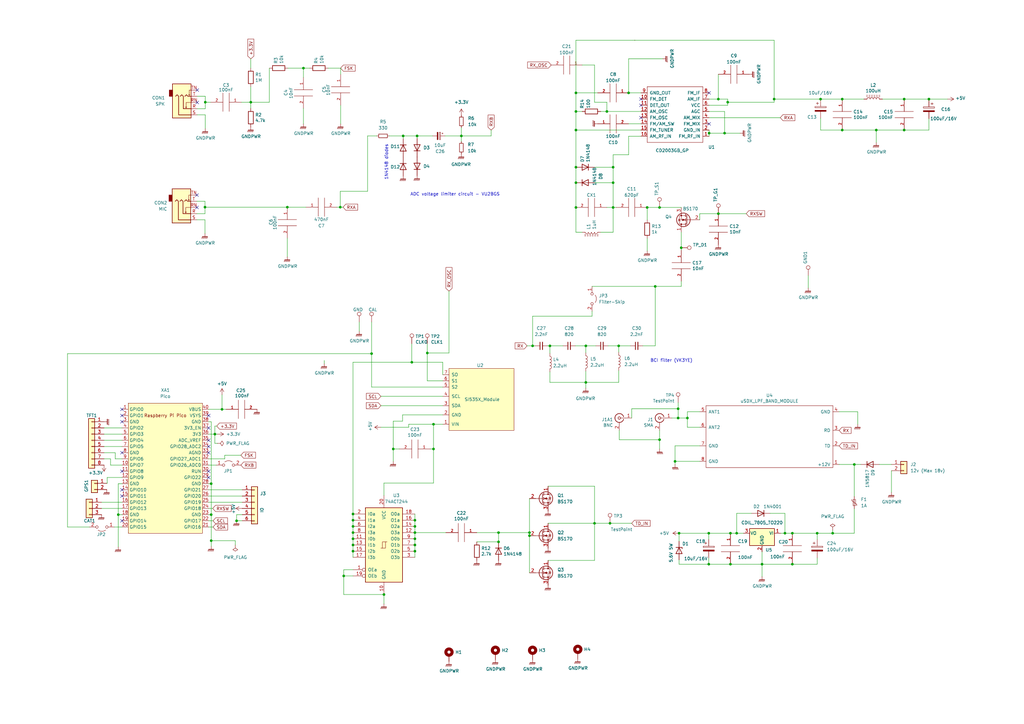
<source format=kicad_sch>
(kicad_sch (version 20211123) (generator eeschema)
  (paper "A3")
  (title_block (title "PDX++ - Pi Pico based DIGITAL MODES HF Transceiver") (date "2022-07-18") (rev "v0.02") (company "WB2CBA, VU3CER"))
  (junction (at 189.23 55.753))
  (junction (at 290.703 218.694))
  (junction (at 170.18 223.52))
  (junction (at 97.028 213.614))
  (junction (at 321.945 218.694))
  (junction (at 144.78 213.36))
  (junction (at 236.22 85.09))
  (junction (at 170.18 226.06))
  (junction (at 139.573 84.963))
  (junction (at 117.856 84.963))
  (junction (at 281.94 171.45))
  (junction (at 236.22 53.34))
  (junction (at 218.44 141.859))
  (junction (at 86.614 211.074))
  (junction (at 84.201 41.91))
  (junction (at 248.92 45.72))
  (junction (at 217.17 219.71))
  (junction (at 341.503 218.694))
  (junction (at 170.18 215.9))
  (junction (at 170.18 213.36))
  (junction (at 177.8 184.15))
  (junction (at 240.284 156.845))
  (junction (at 86.614 198.374))
  (junction (at 91.059 167.894))
  (junction (at 84.074 84.963))
  (junction (at 276.86 189.23))
  (junction (at 225.552 141.859))
  (junction (at 312.547 231.394))
  (junction (at 324.993 231.394))
  (junction (at 157.48 243.84))
  (junction (at 251.46 68.58))
  (junction (at 217.17 218.44))
  (junction (at 251.46 74.93))
  (junction (at 297.18 54.61))
  (junction (at 350.393 190.5))
  (junction (at 236.22 45.72))
  (junction (at 265.43 85.09))
  (junction (at 240.284 141.859))
  (junction (at 204.47 222.25))
  (junction (at 251.46 85.09))
  (junction (at 324.993 218.694))
  (junction (at 253.746 141.859))
  (junction (at 298.45 41.91))
  (junction (at 270.51 180.34))
  (junction (at 345.44 40.64))
  (junction (at 317.5 40.64))
  (junction (at 48.514 211.074))
  (junction (at 370.84 53.34))
  (junction (at 278.13 167.64))
  (junction (at 381 40.64))
  (junction (at 345.44 53.34))
  (junction (at 370.84 40.64))
  (junction (at 88.138 178.054))
  (junction (at 236.22 74.93))
  (junction (at 279.4 101.6))
  (junction (at 250.19 214.63))
  (junction (at 168.91 148.59))
  (junction (at 102.87 41.91))
  (junction (at 144.78 218.44))
  (junction (at 175.26 144.78))
  (junction (at 302.133 218.694))
  (junction (at 278.13 171.45))
  (junction (at 236.22 38.1))
  (junction (at 161.29 184.15))
  (junction (at 86.614 221.742))
  (junction (at 335.153 218.694))
  (junction (at 243.84 214.63))
  (junction (at 170.18 220.98))
  (junction (at 171.069 55.753))
  (junction (at 177.8 173.99))
  (junction (at 299.593 218.694))
  (junction (at 299.593 231.394))
  (junction (at 294.64 40.64))
  (junction (at 278.511 218.694))
  (junction (at 165.354 55.753))
  (junction (at 144.78 210.82))
  (junction (at 144.78 215.9))
  (junction (at 236.22 68.58))
  (junction (at 359.41 53.34))
  (junction (at 336.55 40.64))
  (junction (at 152.4 145.034))
  (junction (at 290.703 231.394))
  (junction (at 140.97 236.22))
  (junction (at 124.46 27.94))
  (junction (at 170.18 218.44))
  (junction (at 290.83 54.61))
  (junction (at 257.81 38.1))
  (junction (at 144.78 223.52))
  (junction (at 294.64 87.63))
  (junction (at 268.732 117.475))
  (junction (at 270.51 85.09))
  (junction (at 144.78 226.06))
  (junction (at 144.78 220.98))
  (junction (at 204.47 218.44))
  (no_connect (at 50.038 172.974))
  (no_connect (at 80.772 85.09))
  (no_connect (at 50.038 213.614))
  (no_connect (at 262.89 40.64))
  (no_connect (at 262.89 43.18))
  (no_connect (at 262.89 48.26))
  (no_connect (at 290.83 38.1))
  (no_connect (at 85.598 175.514))
  (no_connect (at 85.598 180.594))
  (no_connect (at 85.598 193.294))
  (no_connect (at 80.772 80.01))
  (no_connect (at 80.899 36.957))
  (no_connect (at 85.598 185.674))
  (no_connect (at 50.038 167.894))
  (no_connect (at 85.598 195.834))
  (no_connect (at 50.038 200.914))
  (no_connect (at 50.038 203.454))
  (no_connect (at 50.038 193.294))
  (no_connect (at 85.598 183.134))
  (no_connect (at 290.83 50.8))
  (no_connect (at 50.038 170.434))
  (no_connect (at 80.899 42.037))
  (no_connect (at 50.038 185.674))
  (no_connect (at 85.598 170.434))
  (wire (pts (xy 157.48 243.84) (xy 157.48 247.65)))
  (wire (pts (xy 225.552 152.527) (xy 225.552 156.845)))
  (wire (pts (xy 161.29 172.72) (xy 161.29 184.15)))
  (wire (pts (xy 359.41 53.34) (xy 345.44 53.34)))
  (wire (pts (xy 144.78 220.98) (xy 144.78 223.52)))
  (wire (pts (xy 251.46 85.09) (xy 251.46 74.93)))
  (wire (pts (xy 246.38 45.72) (xy 248.92 45.72)))
  (wire (pts (xy 204.47 218.44) (xy 217.17 218.44)))
  (wire (pts (xy 259.08 171.45) (xy 259.08 167.64)))
  (wire (pts (xy 290.703 231.394) (xy 290.703 228.854)))
  (wire (pts (xy 236.22 85.09) (xy 236.22 95.25)))
  (wire (pts (xy 294.64 30.48) (xy 294.64 40.64)))
  (wire (pts (xy 243.84 68.58) (xy 251.46 68.58)))
  (wire (pts (xy 243.84 199.39) (xy 243.84 214.63)))
  (wire (pts (xy 243.84 41.91) (xy 248.92 41.91)))
  (wire (pts (xy 297.18 54.61) (xy 290.83 54.61)))
  (wire (pts (xy 320.167 218.694) (xy 321.945 218.694)))
  (wire (pts (xy 170.18 220.98) (xy 170.18 223.52)))
  (wire (pts (xy 181.61 170.18) (xy 165.1 170.18)))
  (wire (pts (xy 238.76 45.72) (xy 236.22 45.72)))
  (wire (pts (xy 43.942 195.834) (xy 43.942 198.247)))
  (wire (pts (xy 85.598 198.374) (xy 86.614 198.374)))
  (wire (pts (xy 246.38 95.25) (xy 251.46 95.25)))
  (wire (pts (xy 156.21 166.37) (xy 181.61 166.37)))
  (wire (pts (xy 381 40.64) (xy 388.62 40.64)))
  (wire (pts (xy 159.639 55.753) (xy 165.354 55.753)))
  (wire (pts (xy 134.62 27.94) (xy 139.7 27.94)))
  (wire (pts (xy 85.598 190.754) (xy 88.646 190.754)))
  (wire (pts (xy 84.201 47.117) (xy 84.201 52.705)))
  (wire (pts (xy 281.94 168.91) (xy 287.02 168.91)))
  (wire (pts (xy 238.76 26.67) (xy 243.84 26.67)))
  (wire (pts (xy 270.51 184.15) (xy 270.51 180.34)))
  (wire (pts (xy 317.5 16.51) (xy 317.5 40.64)))
  (wire (pts (xy 144.78 148.59) (xy 144.78 210.82)))
  (wire (pts (xy 85.598 203.454) (xy 99.314 203.454)))
  (wire (pts (xy 268.732 117.475) (xy 279.4 117.475)))
  (wire (pts (xy 138.176 84.963) (xy 139.573 84.963)))
  (wire (pts (xy 41.656 208.534) (xy 50.038 208.534)))
  (wire (pts (xy 27.686 145.034) (xy 152.4 145.034)))
  (wire (pts (xy 181.61 158.75) (xy 152.4 158.75)))
  (wire (pts (xy 268.732 117.475) (xy 268.732 141.859)))
  (wire (pts (xy 317.5 40.64) (xy 336.55 40.64)))
  (wire (pts (xy 85.598 178.054) (xy 88.138 178.054)))
  (wire (pts (xy 281.94 171.45) (xy 278.13 171.45)))
  (wire (pts (xy 243.84 214.63) (xy 243.84 229.87)))
  (wire (pts (xy 344.17 190.5) (xy 350.393 190.5)))
  (wire (pts (xy 281.94 168.91) (xy 281.94 171.45)))
  (wire (pts (xy 175.26 140.97) (xy 175.26 144.78)))
  (wire (pts (xy 171.069 55.753) (xy 177.419 55.753)))
  (wire (pts (xy 84.074 84.963) (xy 84.074 87.63)))
  (wire (pts (xy 50.038 198.374) (xy 48.514 198.374)))
  (wire (pts (xy 217.17 218.44) (xy 217.17 219.71)))
  (wire (pts (xy 124.46 27.94) (xy 124.46 31.75)))
  (wire (pts (xy 317.5 40.64) (xy 317.5 41.91)))
  (wire (pts (xy 163.83 184.15) (xy 161.29 184.15)))
  (wire (pts (xy 270.51 85.09) (xy 265.43 85.09)))
  (wire (pts (xy 86.614 211.074) (xy 86.614 221.742)))
  (wire (pts (xy 218.44 129.667) (xy 242.824 129.667)))
  (wire (pts (xy 312.547 231.394) (xy 299.593 231.394)))
  (wire (pts (xy 168.91 148.59) (xy 181.61 148.59)))
  (wire (pts (xy 110.49 41.91) (xy 102.87 41.91)))
  (wire (pts (xy 278.511 231.394) (xy 290.703 231.394)))
  (wire (pts (xy 287.02 87.63) (xy 294.64 87.63)))
  (wire (pts (xy 80.772 87.63) (xy 84.074 87.63)))
  (wire (pts (xy 312.547 226.314) (xy 312.547 231.394)))
  (wire (pts (xy 80.772 90.17) (xy 84.074 90.17)))
  (wire (pts (xy 157.48 198.12) (xy 157.48 203.2)))
  (wire (pts (xy 290.703 218.694) (xy 299.593 218.694)))
  (wire (pts (xy 336.55 53.34) (xy 345.44 53.34)))
  (wire (pts (xy 336.55 40.64) (xy 345.44 40.64)))
  (wire (pts (xy 80.899 39.497) (xy 84.201 39.497)))
  (wire (pts (xy 144.78 233.68) (xy 140.97 233.68)))
  (wire (pts (xy 84.201 41.91) (xy 86.36 41.91)))
  (wire (pts (xy 189.23 55.753) (xy 189.23 58.039)))
  (wire (pts (xy 97.028 213.614) (xy 99.314 213.614)))
  (wire (pts (xy 144.78 215.9) (xy 144.78 213.36)))
  (wire (pts (xy 278.13 167.64) (xy 278.13 171.45)))
  (wire (pts (xy 84.201 41.91) (xy 84.201 44.577)))
  (wire (pts (xy 370.84 40.64) (xy 381 40.64)))
  (wire (pts (xy 182.499 55.753) (xy 189.23 55.753)))
  (wire (pts (xy 279.4 115.316) (xy 279.4 117.475)))
  (wire (pts (xy 236.22 53.34) (xy 236.22 45.72)))
  (wire (pts (xy 195.58 218.44) (xy 204.47 218.44)))
  (wire (pts (xy 85.598 211.074) (xy 86.614 211.074)))
  (wire (pts (xy 265.43 97.79) (xy 265.43 102.87)))
  (wire (pts (xy 84.074 84.963) (xy 117.856 84.963)))
  (wire (pts (xy 84.074 90.17) (xy 84.074 95.758)))
  (wire (pts (xy 240.284 141.859) (xy 244.348 141.859)))
  (wire (pts (xy 204.47 222.25) (xy 195.58 222.25)))
  (wire (pts (xy 88.138 178.054) (xy 88.138 181.864)))
  (wire (pts (xy 236.22 68.58) (xy 236.22 53.34)))
  (wire (pts (xy 85.598 208.534) (xy 87.249 208.534)))
  (wire (pts (xy 42.672 185.674) (xy 47.244 185.674)))
  (wire (pts (xy 110.49 27.94) (xy 110.49 41.91)))
  (wire (pts (xy 168.91 148.59) (xy 168.91 140.97)))
  (wire (pts (xy 253.746 152.019) (xy 253.746 156.845)))
  (wire (pts (xy 249.428 141.859) (xy 253.746 141.859)))
  (wire (pts (xy 276.86 189.23) (xy 276.86 190.5)))
  (wire (pts (xy 85.598 172.974) (xy 86.614 172.974)))
  (wire (pts (xy 235.966 141.859) (xy 240.284 141.859)))
  (wire (pts (xy 216.154 141.859) (xy 218.44 141.859)))
  (wire (pts (xy 224.79 214.63) (xy 243.84 214.63)))
  (wire (pts (xy 302.133 218.694) (xy 304.927 218.694)))
  (wire (pts (xy 80.899 47.117) (xy 84.201 47.117)))
  (wire (pts (xy 242.824 129.667) (xy 242.824 127.635)))
  (wire (pts (xy 102.87 41.91) (xy 102.87 44.45)))
  (wire (pts (xy 88.138 178.054) (xy 88.138 174.752)))
  (wire (pts (xy 276.86 182.88) (xy 276.86 189.23)))
  (wire (pts (xy 168.91 148.59) (xy 144.78 148.59)))
  (wire (pts (xy 86.614 198.374) (xy 86.614 211.074)))
  (wire (pts (xy 360.68 190.5) (xy 365.633 190.5)))
  (wire (pts (xy 85.598 188.214) (xy 92.202 188.214)))
  (wire (pts (xy 144.78 210.82) (xy 144.78 213.36)))
  (wire (pts (xy 165.354 55.753) (xy 165.354 56.896)))
  (wire (pts (xy 281.94 175.26) (xy 287.02 175.26)))
  (wire (pts (xy 336.55 40.64) (xy 336.55 40.894)))
  (wire (pts (xy 84.074 82.55) (xy 84.074 84.963)))
  (wire (pts (xy 359.41 58.42) (xy 359.41 53.34)))
  (wire (pts (xy 45.339 190.754) (xy 50.038 190.754)))
  (wire (pts (xy 290.83 43.18) (xy 298.45 43.18)))
  (wire (pts (xy 42.672 188.214) (xy 45.339 188.214)))
  (wire (pts (xy 321.945 210.566) (xy 321.945 218.694)))
  (wire (pts (xy 331.47 118.11) (xy 331.47 113.03)))
  (wire (pts (xy 167.64 175.26) (xy 167.64 173.99)))
  (wire (pts (xy 370.84 40.64) (xy 361.95 40.64)))
  (wire (pts (xy 139.573 84.963) (xy 139.573 78.486)))
  (wire (pts (xy 303.53 54.61) (xy 297.18 54.61)))
  (wire (pts (xy 335.153 231.394) (xy 324.993 231.394)))
  (wire (pts (xy 47.244 188.214) (xy 50.038 188.214)))
  (wire (pts (xy 254 176.53) (xy 254 180.34)))
  (wire (pts (xy 290.83 45.72) (xy 297.18 45.72)))
  (wire (pts (xy 279.4 85.09) (xy 270.51 85.09)))
  (wire (pts (xy 48.514 211.074) (xy 50.038 211.074)))
  (wire (pts (xy 156.21 162.56) (xy 181.61 162.56)))
  (wire (pts (xy 344.17 168.91) (xy 351.79 168.91)))
  (wire (pts (xy 335.153 218.694) (xy 341.503 218.694)))
  (wire (pts (xy 48.514 198.374) (xy 48.514 211.074)))
  (wire (pts (xy 92.202 186.69) (xy 98.806 186.69)))
  (wire (pts (xy 279.4 101.6) (xy 279.4 102.616)))
  (wire (pts (xy 43.815 198.247) (xy 43.942 198.247)))
  (wire (pts (xy 287.02 87.63) (xy 287.02 90.17)))
  (wire (pts (xy 139.573 84.963) (xy 140.716 84.963)))
  (wire (pts (xy 335.153 228.854) (xy 335.153 231.394)))
  (wire (pts (xy 171.069 55.753) (xy 171.069 56.769)))
  (wire (pts (xy 165.1 170.18) (xy 165.1 172.72)))
  (wire (pts (xy 278.511 221.996) (xy 278.511 218.694)))
  (wire (pts (xy 217.17 219.71) (xy 217.17 234.95)))
  (wire (pts (xy 240.284 141.859) (xy 240.284 144.653)))
  (wire (pts (xy 170.18 220.98) (xy 170.18 218.44)))
  (wire (pts (xy 248.92 85.09) (xy 251.46 85.09)))
  (wire (pts (xy 124.46 27.94) (xy 127 27.94)))
  (wire (pts (xy 299.593 231.394) (xy 290.703 231.394)))
  (wire (pts (xy 86.614 221.742) (xy 86.614 224.028)))
  (wire (pts (xy 201.422 55.753) (xy 201.422 53.34)))
  (wire (pts (xy 42.672 180.594) (xy 50.038 180.594)))
  (wire (pts (xy 85.598 167.894) (xy 91.059 167.894)))
  (wire (pts (xy 96.52 221.742) (xy 96.52 223.52)))
  (wire (pts (xy 381 48.641) (xy 381 53.34)))
  (wire (pts (xy 297.18 45.72) (xy 297.18 54.61)))
  (wire (pts (xy 97.028 211.074) (xy 99.314 211.074)))
  (wire (pts (xy 48.514 211.074) (xy 48.514 224.282)))
  (wire (pts (xy 251.46 74.93) (xy 251.46 68.58)))
  (wire (pts (xy 251.46 68.58) (xy 251.46 63.5)))
  (wire (pts (xy 370.84 53.34) (xy 381 53.34)))
  (wire (pts (xy 182.88 218.44) (xy 170.18 218.44)))
  (wire (pts (xy 242.824 117.475) (xy 268.732 117.475)))
  (wire (pts (xy 144.78 215.9) (xy 144.78 218.44)))
  (wire (pts (xy 370.84 53.34) (xy 359.41 53.34)))
  (wire (pts (xy 150.749 55.753) (xy 150.749 78.486)))
  (wire (pts (xy 204.47 218.44) (xy 204.47 222.25)))
  (wire (pts (xy 43.942 195.834) (xy 50.038 195.834)))
  (wire (pts (xy 278.511 218.694) (xy 290.703 218.694)))
  (wire (pts (xy 278.511 229.616) (xy 278.511 231.394)))
  (wire (pts (xy 41.656 205.994) (xy 50.038 205.994)))
  (wire (pts (xy 147.32 132.08) (xy 147.32 135.89)))
  (wire (pts (xy 243.84 229.87) (xy 224.79 229.87)))
  (wire (pts (xy 144.78 220.98) (xy 144.78 218.44)))
  (wire (pts (xy 177.8 184.15) (xy 177.8 198.12)))
  (wire (pts (xy 257.81 50.8) (xy 262.89 50.8)))
  (wire (pts (xy 170.18 215.9) (xy 170.18 218.44)))
  (wire (pts (xy 243.84 214.63) (xy 250.19 214.63)))
  (wire (pts (xy 42.672 178.054) (xy 50.038 178.054)))
  (wire (pts (xy 350.393 190.5) (xy 350.393 203.581)))
  (wire (pts (xy 279.4 95.25) (xy 279.4 101.6)))
  (wire (pts (xy 250.19 214.63) (xy 259.08 214.63)))
  (wire (pts (xy 290.83 53.34) (xy 290.83 54.61)))
  (wire (pts (xy 259.08 167.64) (xy 278.13 167.64)))
  (wire (pts (xy 225.552 144.907) (xy 225.552 141.859)))
  (wire (pts (xy 156.21 175.26) (xy 167.64 175.26)))
  (wire (pts (xy 42.672 175.514) (xy 50.038 175.514)))
  (wire (pts (xy 312.547 231.394) (xy 324.993 231.394)))
  (wire (pts (xy 154.559 55.753) (xy 150.749 55.753)))
  (wire (pts (xy 236.22 38.1) (xy 245.11 38.1)))
  (wire (pts (xy 91.059 161.925) (xy 91.059 167.894)))
  (wire (pts (xy 253.746 141.859) (xy 253.746 144.399)))
  (wire (pts (xy 265.43 90.17) (xy 265.43 85.09)))
  (wire (pts (xy 248.92 41.91) (xy 248.92 45.72)))
  (wire (pts (xy 299.593 218.694) (xy 302.133 218.694)))
  (wire (pts (xy 84.201 39.497) (xy 84.201 41.91)))
  (wire (pts (xy 189.23 55.753) (xy 189.23 52.324)))
  (wire (pts (xy 27.686 145.034) (xy 27.686 216.154)))
  (wire (pts (xy 218.44 141.859) (xy 218.44 129.667)))
  (wire (pts (xy 189.23 55.753) (xy 201.422 55.753)))
  (wire (pts (xy 298.45 40.64) (xy 294.64 40.64)))
  (wire (pts (xy 298.45 40.64) (xy 298.45 41.91)))
  (wire (pts (xy 125.476 84.963) (xy 117.856 84.963)))
  (wire (pts (xy 257.81 55.88) (xy 262.89 55.88)))
  (wire (pts (xy 152.4 145.034) (xy 152.4 158.75)))
  (wire (pts (xy 181.61 148.59) (xy 181.61 153.67)))
  (wire (pts (xy 140.97 236.22) (xy 140.97 243.84)))
  (wire (pts (xy 175.26 144.78) (xy 175.26 156.21)))
  (wire (pts (xy 290.83 55.88) (xy 290.83 54.61)))
  (wire (pts (xy 177.8 184.15) (xy 177.8 173.99)))
  (wire (pts (xy 85.598 205.994) (xy 99.314 205.994)))
  (wire (pts (xy 262.89 38.1) (xy 257.81 38.1)))
  (wire (pts (xy 336.55 48.514) (xy 336.55 53.34)))
  (wire (pts (xy 263.652 141.859) (xy 268.732 141.859)))
  (wire (pts (xy 240.284 156.845) (xy 240.284 152.273)))
  (wire (pts (xy 42.672 183.134) (xy 50.038 183.134)))
  (wire (pts (xy 324.993 218.694) (xy 335.153 218.694)))
  (wire (pts (xy 381 40.64) (xy 381 41.021)))
  (wire (pts (xy 88.138 181.864) (xy 89.154 181.864)))
  (wire (pts (xy 144.78 226.06) (xy 144.78 228.6)))
  (wire (pts (xy 236.22 45.72) (xy 236.22 38.1)))
  (wire (pts (xy 243.84 26.67) (xy 243.84 41.91)))
  (wire (pts (xy 253.746 156.845) (xy 240.284 156.845)))
  (wire (pts (xy 102.87 24.13) (xy 102.87 27.94)))
  (wire (pts (xy 80.899 44.577) (xy 84.201 44.577)))
  (wire (pts (xy 132.969 147.828) (xy 132.969 149.098)))
  (wire (pts (xy 312.547 236.474) (xy 312.547 231.394)))
  (wire (pts (xy 47.244 185.674) (xy 47.244 188.214)))
  (wire (pts (xy 170.18 215.9) (xy 170.18 213.36)))
  (wire (pts (xy 140.97 233.68) (xy 140.97 236.22)))
  (wire (pts (xy 139.7 43.18) (xy 139.7 50.8)))
  (wire (pts (xy 236.22 85.09) (xy 236.22 74.93)))
  (wire (pts (xy 165.354 55.753) (xy 171.069 55.753)))
  (wire (pts (xy 351.79 168.91) (xy 351.79 173.99)))
  (wire (pts (xy 117.856 97.663) (xy 117.856 105.283)))
  (wire (pts (xy 278.13 165.1) (xy 278.13 167.64)))
  (wire (pts (xy 152.4 132.08) (xy 152.4 145.034)))
  (wire (pts (xy 251.46 63.5) (xy 257.81 63.5)))
  (wire (pts (xy 88.138 178.054) (xy 89.154 178.054)))
  (wire (pts (xy 270.51 180.34) (xy 270.51 176.53)))
  (wire (pts (xy 236.22 74.93) (xy 236.22 68.58)))
  (wire (pts (xy 317.5 41.91) (xy 298.45 41.91)))
  (wire (pts (xy 257.81 63.5) (xy 257.81 55.88)))
  (wire (pts (xy 350.393 208.661) (xy 350.393 218.694)))
  (wire (pts (xy 290.703 221.234) (xy 290.703 218.694)))
  (wire (pts (xy 238.76 95.25) (xy 236.22 95.25)))
  (wire (pts (xy 287.02 182.88) (xy 276.86 182.88)))
  (wire (pts (xy 176.53 184.15) (xy 177.8 184.15)))
  (wire (pts (xy 306.07 87.63) (xy 294.64 87.63)))
  (wire (pts (xy 278.13 171.45) (xy 275.59 171.45)))
  (wire (pts (xy 124.46 44.45) (xy 124.46 50.8)))
  (wire (pts (xy 354.33 40.64) (xy 345.44 40.64)))
  (wire (pts (xy 46.863 216.154) (xy 50.038 216.154)))
  (wire (pts (xy 243.84 74.93) (xy 251.46 74.93)))
  (wire (pts (xy 287.02 189.23) (xy 276.86 189.23)))
  (wire (pts (xy 165.1 172.72) (xy 161.29 172.72)))
  (wire (pts (xy 281.94 171.45) (xy 281.94 175.26)))
  (wire (pts (xy 225.552 141.859) (xy 230.886 141.859)))
  (wire (pts (xy 240.284 156.845) (xy 240.284 159.131)))
  (wire (pts (xy 224.536 141.859) (xy 225.552 141.859)))
  (wire (pts (xy 335.153 221.234) (xy 335.153 218.694)))
  (wire (pts (xy 177.8 173.99) (xy 181.61 173.99)))
  (wire (pts (xy 175.26 156.21) (xy 181.61 156.21)))
  (wire (pts (xy 102.87 41.91) (xy 102.87 35.56)))
  (wire (pts (xy 298.45 41.91) (xy 298.45 43.18)))
  (wire (pts (xy 88.138 174.752) (xy 88.9 174.752)))
  (wire (pts (xy 251.46 85.09) (xy 251.46 95.25)))
  (wire (pts (xy 254 180.34) (xy 270.51 180.34)))
  (wire (pts (xy 97.028 211.074) (xy 97.028 213.614)))
  (wire (pts (xy 290.83 48.26) (xy 320.04 48.26)))
  (wire (pts (xy 161.29 184.15) (xy 161.29 189.23)))
  (wire (pts (xy 170.18 226.06) (xy 170.18 223.52)))
  (wire (pts (xy 251.46 85.09) (xy 252.73 85.09)))
  (wire (pts (xy 350.393 190.5) (xy 353.06 190.5)))
  (wire (pts (xy 302.133 218.694) (xy 302.133 210.566)))
  (wire (pts (xy 177.8 198.12) (xy 157.48 198.12)))
  (wire (pts (xy 91.059 167.894) (xy 92.71 167.894)))
  (wire (pts (xy 294.64 40.64) (xy 290.83 40.64)))
  (wire (pts (xy 253.746 141.859) (xy 258.572 141.859)))
  (wire (pts (xy 248.92 45.72) (xy 262.89 45.72)))
  (wire (pts (xy 86.614 172.974) (xy 86.614 198.374)))
  (wire (pts (xy 236.22 53.34) (xy 262.89 53.34)))
  (wire (pts (xy 170.18 226.06) (xy 170.18 228.6)))
  (wire (pts (xy 224.79 199.39) (xy 243.84 199.39)))
  (wire (pts (xy 225.552 156.845) (xy 240.284 156.845)))
  (wire (pts (xy 99.06 41.91) (xy 102.87 41.91)))
  (wire (pts (xy 184.15 144.78) (xy 184.15 119.38)))
  (wire (pts (xy 80.772 82.55) (xy 84.074 82.55)))
  (wire (pts (xy 321.945 218.694) (xy 324.993 218.694)))
  (wire (pts (xy 341.503 217.424) (xy 341.503 218.694)))
  (wire (pts (xy 218.44 141.859) (xy 219.456 141.859)))
  (wire (pts (xy 236.22 38.1) (xy 236.22 16.51)))
  (wire (pts (xy 236.22 16.51) (xy 317.5 16.51)))
  (wire (pts (xy 175.26 144.78) (xy 184.15 144.78)))
  (wire (pts (xy 257.81 24.13) (xy 271.78 24.13)))
  (wire (pts (xy 144.78 223.52) (xy 144.78 226.06)))
  (wire (pts (xy 139.573 78.486) (xy 150.749 78.486)))
  (wire (pts (xy 140.97 243.84) (xy 157.48 243.84)))
  (wire (pts (xy 365.633 193.04) (xy 365.633 201.93)))
  (wire (pts (xy 167.64 173.99) (xy 177.8 173.99)))
  (wire (pts (xy 257.81 38.1) (xy 257.81 24.13)))
  (wire (pts (xy 124.46 27.94) (xy 118.11 27.94)))
  (wire (pts (xy 45.339 188.214) (xy 45.339 190.754)))
  (wire (pts (xy 86.614 221.742) (xy 96.52 221.742)))
  (wire (pts (xy 341.503 218.694) (xy 350.393 218.694)))
  (wire (pts (xy 170.18 210.82) (xy 170.18 213.36)))
  (wire (pts (xy 85.598 200.914) (xy 99.314 200.914)))
  (wire (pts (xy 36.703 216.154) (xy 27.686 216.154)))
  (wire (pts (xy 85.598 216.154) (xy 87.376 216.154)))
  (wire (pts (xy 139.7 27.94) (xy 139.7 30.48)))
  (wire (pts (xy 92.202 188.214) (xy 92.202 186.69)))
  (wire (pts (xy 315.849 210.566) (xy 321.945 210.566)))
  (wire (pts (xy 217.17 204.47) (xy 217.17 218.44)))
  (wire (pts (xy 85.598 213.614) (xy 87.376 213.614)))
  (wire (pts (xy 144.78 236.22) (xy 140.97 236.22)))
  (wire (pts (xy 302.133 210.566) (xy 308.229 210.566)))
  (text "ADC voltage limiter circuit - VU2BGS" (at 168.275 80.518 0) (effects (font (size 1.27 1.27)) (justify left bottom)))
  (text "1N4148 diodes" (at 159.258 73.914 90) (effects (font (size 1.27 1.27)) (justify left bottom)))
  (text "BCI filter (VK3YE)" (at 266.7 148.717 0) (effects (font (size 1.27 1.27)) (justify left bottom)))
  (global_label "SDA" (shape input) (at 87.376 216.154 0) (property "Intersheet References" "${INTERSHEET_REFS}" (effects hide)))
  (global_label "RXA" (shape input) (at 320.04 48.26 0) (property "Intersheet References" "${INTERSHEET_REFS}" (effects hide)))
  (global_label "+3.3V" (shape input) (at 102.87 24.13 90) (property "Intersheet References" "${INTERSHEET_REFS}" (effects hide)))
  (global_label "TD_IN" (shape input) (at 259.08 214.63 0) (property "Intersheet References" "${INTERSHEET_REFS}" (effects hide)))
  (global_label "FSK" (shape input) (at 98.806 186.69 0) (property "Intersheet References" "${INTERSHEET_REFS}" (effects hide)))
  (global_label "RXSW" (shape input) (at 87.249 208.534 0) (property "Intersheet References" "${INTERSHEET_REFS}" (effects hide)))
  (global_label "+3.3V" (shape input) (at 88.9 174.752 0) (property "Intersheet References" "${INTERSHEET_REFS}" (effects hide)))
  (global_label "FSK" (shape input) (at 139.7 27.94 0) (property "Intersheet References" "${INTERSHEET_REFS}" (effects hide)))
  (global_label "SCL" (shape input) (at 156.21 162.56 180) (property "Intersheet References" "${INTERSHEET_REFS}" (effects hide)))
  (global_label "RXB" (shape input) (at 201.422 53.34 90) (property "Intersheet References" "${INTERSHEET_REFS}" (effects hide)))
  (global_label "RXB" (shape input) (at 98.806 190.754 0) (property "Intersheet References" "${INTERSHEET_REFS}" (effects hide)))
  (global_label "SDA" (shape input) (at 156.21 166.37 180) (property "Intersheet References" "${INTERSHEET_REFS}" (effects hide)))
  (global_label "RX" (shape input) (at 216.154 141.859 180) (property "Intersheet References" "${INTERSHEET_REFS}" (effects hide)))
  (global_label "TD_IN" (shape input) (at 344.17 182.88 0) (property "Intersheet References" "${INTERSHEET_REFS}" (effects hide)))
  (global_label "SCL" (shape input) (at 87.376 213.614 0) (property "Intersheet References" "${INTERSHEET_REFS}" (effects hide)))
  (global_label "RXSW" (shape input) (at 306.07 87.63 0) (property "Intersheet References" "${INTERSHEET_REFS}" (effects hide)))
  (global_label "RX_OSC" (shape input) (at 226.06 26.67 180) (property "Intersheet References" "${INTERSHEET_REFS}" (effects hide)))
  (global_label "RX" (shape input) (at 344.17 176.53 0) (property "Intersheet References" "${INTERSHEET_REFS}" (effects hide)))
  (global_label "RXA" (shape input) (at 140.716 84.963 0) (property "Intersheet References" "${INTERSHEET_REFS}" (effects hide)))
  (global_label "RX_OSC" (shape input) (at 184.15 119.38 90) (property "Intersheet References" "${INTERSHEET_REFS}" (effects hide)))
  (symbol (lib_id "pspice:CAP") (at 189.23 218.44 270) (unit 1)
    (property "Reference" "C22" (at 189.23 210.439 90))
    (property "Value" "100nF" (at 189.23 212.7504 90))
    (property "Footprint" "Capacitor_THT:C_Disc_D3.0mm_W1.6mm_P2.50mm" (effects hide))
  )
  (symbol (lib_id "ADX-rescue:SI535X_Module-VFO-ESP-WSPR-PCB-TTL-PA_FINAL-rescue-DIGI_UNO_TX-rescue-DTX-rescue") (at 196.85 163.83 0) (unit 1)
    (property "Reference" "U2" (at 195.58 149.86 0) (effects (justify left)))
    (property "Value" "SI535X_Module" (at 190.5 163.83 0) (effects (justify left)))
    (property "Footprint" "VFO_footprint:SI5351 Module_Vertical" (effects hide))
  )
  (symbol (lib_id "Connector:Conn_Coaxial") (at 270.51 171.45 0) (mirror y) (unit 1)
    (property "Reference" "J1" (at 267.97 172.085 0) (effects (justify left)))
    (property "Value" "SMA" (at 267.97 174.3964 0) (effects (justify left)))
    (property "Footprint" "SMA_EDGE:SMA_Samtec_SMA-J-P-X-ST-EM1_EdgeMount" (effects hide))
    (property "Datasheet" " ~" (effects hide))
  )
  (symbol (lib_id "power:GNDPWR") (at 270.51 184.15 0) (mirror y) (unit 1)
    (property "Reference" "#PWR0106" (effects hide))
    (property "Value" "GNDPWR" (effects hide))
  )
  (symbol (lib_id "74xx:74LS244") (at 157.48 223.52 0) (unit 1)
    (property "Reference" "U3" (at 162.56 203.2 0))
    (property "Value" "74ACT244" (at 162.56 205.74 0))
    (property "Footprint" "Package_DIP:DIP-20_W7.62mm_LongPads" (effects hide))
    (property "Datasheet" "http://www.ti.com/lit/gpn/sn74LS244" (effects hide))
  )
  (symbol (lib_id "power:GNDPWR") (at 157.48 247.65 0) (unit 1)
    (property "Reference" "#PWR0107" (effects hide))
    (property "Value" "GNDPWR" (effects hide))
  )
  (symbol (lib_id "power:GNDPWR") (at 161.29 189.23 0) (unit 1)
    (property "Reference" "#PWR0108" (effects hide))
    (property "Value" "GNDPWR" (effects hide))
  )
  (symbol (lib_id "pspice:CAP") (at 170.18 184.15 270) (unit 1)
    (property "Reference" "C23" (at 170.18 176.149 90))
    (property "Value" "100nF" (at 170.18 178.4604 90))
    (property "Footprint" "Capacitor_THT:C_Disc_D3.0mm_W1.6mm_P2.50mm" (effects hide))
  )
  (symbol (lib_id "Connector:TestPoint") (at 278.13 165.1 0) (mirror y) (unit 1)
    (property "Reference" "TP4" (at 276.6568 162.1028 0) (effects (justify left)))
    (property "Value" "TestPoint" (at 276.6568 164.4142 0) (effects (justify left)))
    (property "Footprint" "TestPoint:TestPoint_THTPad_2.0x2.0mm_Drill1.0mm" (effects hide))
  )
  (symbol (lib_id "Connector:TestPoint") (at 250.19 214.63 0) (unit 1)
    (property "Reference" "TP3" (at 251.6632 211.6328 0) (effects (justify left)))
    (property "Value" "TestPoint" (at 250.444 217.17 0) (effects (justify left)))
    (property "Footprint" "TestPoint:TestPoint_THTPad_2.0x2.0mm_Drill1.0mm" (effects hide))
  )
  (symbol (lib_id "power:GNDPWR") (at 276.86 190.5 0) (mirror y) (unit 1)
    (property "Reference" "#PWR0103" (effects hide))
    (property "Value" "GNDPWR" (effects hide))
  )
  (symbol (lib_id "ADX-rescue:uSDX_LPF_BAND_MODULE-uSDX_LPF_BAND_Module-DIGI_UNO_TX-rescue-DTX-rescue") (at 316.23 179.07 0) (mirror x) (unit 1)
    (property "Reference" "U4" (at 315.595 162.179 0))
    (property "Value" "uSDX_LPF_BAND_MODULE" (at 315.595 164.4904 0))
    (property "Footprint" "uSDX_LPF_BAND_MODULE:uSDX_LPF_Band_Module" (effects hide))
  )
  (symbol (lib_id "Device:R") (at 195.58 226.06 0) (unit 1)
    (property "Reference" "R12" (at 197.358 224.8916 0) (effects (justify left)))
    (property "Value" "2.7k" (at 197.358 227.203 0) (effects (justify left)))
    (property "Footprint" "Resistor_THT:R_Axial_DIN0204_L3.6mm_D1.6mm_P1.90mm_Vertical" (effects hide))
  )
  (symbol (lib_id "Device:D") (at 204.47 226.06 270) (unit 1)
    (property "Reference" "D6" (at 206.4766 224.8916 90) (effects (justify left)))
    (property "Value" "1N4148" (at 206.4766 227.203 90) (effects (justify left)))
    (property "Footprint" "Diode_THT:D_A-405_P2.54mm_Vertical_AnodeUp" (effects hide))
  )
  (symbol (lib_id "power:GNDPWR") (at 195.58 229.87 0) (unit 1)
    (property "Reference" "#PWR0114" (effects hide))
    (property "Value" "GNDPWR" (effects hide))
  )
  (symbol (lib_id "power:GNDPWR") (at 204.47 229.87 0) (unit 1)
    (property "Reference" "#PWR0115" (effects hide))
    (property "Value" "GNDPWR" (effects hide))
  )
  (symbol (lib_id "power:GNDPWR") (at 224.79 209.55 0) (unit 1)
    (property "Reference" "#PWR0116" (effects hide))
    (property "Value" "GNDPWR" (effects hide))
  )
  (symbol (lib_id "power:GNDPWR") (at 224.79 224.79 0) (unit 1)
    (property "Reference" "#PWR0117" (effects hide))
    (property "Value" "GNDPWR" (effects hide))
  )
  (symbol (lib_id "power:GNDPWR") (at 224.79 240.03 0) (unit 1)
    (property "Reference" "#PWR0118" (effects hide))
    (property "Value" "GNDPWR" (effects hide))
  )
  (symbol (lib_id "power:GNDPWR") (at 351.79 173.99 0) (unit 1)
    (property "Reference" "#PWR0101" (effects hide))
    (property "Value" "GNDPWR" (effects hide))
  )
  (symbol (lib_id "Connector:TestPoint") (at 168.91 140.97 0) (unit 1)
    (property "Reference" "TP1" (at 170.3832 137.9728 0) (effects (justify left)))
    (property "Value" "CLK0" (at 170.3832 140.2842 0) (effects (justify left)))
    (property "Footprint" "TestPoint:TestPoint_THTPad_2.0x2.0mm_Drill1.0mm" (effects hide))
  )
  (symbol (lib_id "Connector:TestPoint") (at 175.26 140.97 0) (unit 1)
    (property "Reference" "TP2" (at 176.7332 137.9728 0) (effects (justify left)))
    (property "Value" "CLK1" (at 176.7332 140.2842 0) (effects (justify left)))
    (property "Footprint" "TestPoint:TestPoint_THTPad_2.0x2.0mm_Drill1.0mm" (effects hide))
  )
  (symbol (lib_id "pspice:CAP") (at 92.71 41.91 270) (unit 1)
    (property "Reference" "C3" (at 92.71 34.925 90))
    (property "Value" "100nF" (at 92.71 36.83 90))
    (property "Footprint" "Capacitor_THT:C_Disc_D3.0mm_W1.6mm_P2.50mm" (effects hide))
  )
  (symbol (lib_id "Device:R") (at 102.87 31.75 0) (unit 1)
    (property "Reference" "R1" (at 104.648 30.5816 0) (effects (justify left)))
    (property "Value" "1M" (at 104.648 32.893 0) (effects (justify left)))
    (property "Footprint" "Resistor_THT:R_Axial_DIN0204_L3.6mm_D1.6mm_P1.90mm_Vertical" (effects hide))
  )
  (symbol (lib_id "Device:R") (at 102.87 48.26 0) (unit 1)
    (property "Reference" "R2" (at 104.648 47.0916 0) (effects (justify left)))
    (property "Value" "4.7k" (at 104.648 49.403 0) (effects (justify left)))
    (property "Footprint" "Resistor_THT:R_Axial_DIN0204_L3.6mm_D1.6mm_P1.90mm_Vertical" (effects hide))
  )
  (symbol (lib_id "power:GNDPWR") (at 139.7 50.8 0) (unit 1)
    (property "Reference" "#PWR0104" (effects hide))
    (property "Value" "GNDPWR" (at 139.8016 54.7116 0))
  )
  (symbol (lib_id "power:GNDPWR") (at 102.87 52.07 0) (unit 1)
    (property "Reference" "#PWR0105" (effects hide))
    (property "Value" "GNDPWR" (at 102.9716 55.9816 0))
  )
  (symbol (lib_id "Device:R") (at 114.3 27.94 90) (unit 1)
    (property "Reference" "R3" (at 113.1316 26.162 0) (effects (justify left)))
    (property "Value" "10k" (at 115.443 26.162 0) (effects (justify left)))
    (property "Footprint" "Resistor_THT:R_Axial_DIN0204_L3.6mm_D1.6mm_P1.90mm_Vertical" (effects hide))
  )
  (symbol (lib_id "Device:R") (at 130.81 27.94 90) (unit 1)
    (property "Reference" "R4" (at 129.6416 26.162 0) (effects (justify left)))
    (property "Value" "10k" (at 131.953 26.162 0) (effects (justify left)))
    (property "Footprint" "Resistor_THT:R_Axial_DIN0204_L3.6mm_D1.6mm_P1.90mm_Vertical" (effects hide))
  )
  (symbol (lib_id "power:GNDPWR") (at 124.46 50.8 0) (unit 1)
    (property "Reference" "#PWR0111" (effects hide))
    (property "Value" "GNDPWR" (at 124.5616 54.7116 0))
  )
  (symbol (lib_id "pspice:CAP") (at 124.46 38.1 0) (unit 1)
    (property "Reference" "C4" (at 117.221 37.973 90))
    (property "Value" "10nF" (at 119.38 38.1 90))
    (property "Footprint" "Capacitor_THT:C_Disc_D3.0mm_W1.6mm_P2.50mm" (effects hide))
  )
  (symbol (lib_id "pspice:CAP") (at 139.7 36.83 0) (unit 1)
    (property "Reference" "C5" (at 132.969 36.703 90))
    (property "Value" "10nF" (at 134.62 36.83 90))
    (property "Footprint" "Capacitor_THT:C_Disc_D3.0mm_W1.6mm_P2.50mm" (effects hide))
  )
  (symbol (lib_id "power:GNDPWR") (at 132.969 149.098 0) (unit 1)
    (property "Reference" "#PWR0109" (effects hide))
    (property "Value" "GNDPWR" (at 133.0706 153.0096 0))
  )
  (symbol (lib_id "Connector:Conn_Coaxial") (at 254 171.45 0) (mirror y) (unit 1)
    (property "Reference" "J1A1" (at 251.46 172.085 0) (effects (justify left)))
    (property "Value" "BNC" (at 251.46 174.3964 0) (effects (justify left)))
    (property "Footprint" "Connector_Coaxial:BNC_Amphenol_B6252HB-NPP3G-50_Horizontal" (effects hide))
    (property "Datasheet" " ~" (effects hide))
  )
  (symbol (lib_id "Device:D") (at 356.87 190.5 0) (unit 1)
    (property "Reference" "D9" (at 358.0384 192.5066 90) (effects (justify right)))
    (property "Value" "1N5817" (at 355.727 192.5066 90) (effects (justify right)))
    (property "Footprint" "Diode_THT:D_A-405_P2.54mm_Vertical_KathodeUp" (effects hide))
  )
  (symbol (lib_id "pspice:CAP") (at 294.64 93.98 0) (unit 1)
    (property "Reference" "C12" (at 299.1612 92.8116 0) (effects (justify left)))
    (property "Value" "10nF" (at 299.1612 95.123 0) (effects (justify left)))
    (property "Footprint" "Capacitor_THT:C_Disc_D3.0mm_W2.0mm_P2.50mm" (effects hide))
  )
  (symbol (lib_id "power:GNDPWR") (at 294.64 100.33 0) (unit 1)
    (property "Reference" "#PWR0135" (effects hide))
    (property "Value" "GNDPWR" (at 294.7416 104.2416 0))
  )
  (symbol (lib_id "Device:R") (at 265.43 93.98 0) (unit 1)
    (property "Reference" "R13" (at 267.208 92.8116 0) (effects (justify left)))
    (property "Value" "1k" (at 267.208 95.123 0) (effects (justify left)))
    (property "Footprint" "Resistor_THT:R_Axial_DIN0204_L3.6mm_D1.6mm_P1.90mm_Vertical" (effects hide))
  )
  (symbol (lib_id "power:GNDPWR") (at 265.43 102.87 0) (unit 1)
    (property "Reference" "#PWR0136" (effects hide))
    (property "Value" "GNDPWR" (at 265.5316 106.7816 0))
  )
  (symbol (lib_id "pspice:CAP") (at 279.4 108.966 0) (unit 1)
    (property "Reference" "C17" (at 283.9212 107.7976 0) (effects (justify left)))
    (property "Value" "10nF" (at 283.9212 110.109 0) (effects (justify left)))
    (property "Footprint" "Capacitor_THT:C_Disc_D3.0mm_W2.0mm_P2.50mm" (effects hide))
  )
  (symbol (lib_id "Connector:TestPoint") (at 279.4 101.6 270) (unit 1)
    (property "Reference" "TP_D1" (at 284.1752 100.4316 90) (effects (justify left)))
    (property "Value" " " (at 284.1752 102.743 90) (effects (justify left)))
    (property "Footprint" "TestPoint:TestPoint_THTPad_1.0x1.0mm_Drill0.5mm" (effects hide))
  )
  (symbol (lib_id "Mechanical:MountingHole_Pad") (at 184.15 268.732 0) (unit 1)
    (property "Reference" "H1" (at 186.69 267.4874 0) (effects (justify left)))
    (property "Value" "MountingHole_Pad" (effects hide))
    (property "Footprint" "MountingHole:MountingHole_3.2mm_M3_ISO7380_Pad" (effects hide))
  )
  (symbol (lib_id "Mechanical:MountingHole_Pad") (at 203.2 267.97 0) (unit 1)
    (property "Reference" "H2" (at 205.74 266.7254 0) (effects (justify left)))
    (property "Value" "MountingHole_Pad" (effects hide))
    (property "Footprint" "MountingHole:MountingHole_3.2mm_M3_ISO7380_Pad" (effects hide))
  )
  (symbol (lib_id "Mechanical:MountingHole_Pad") (at 218.44 267.97 0) (unit 1)
    (property "Reference" "H3" (at 220.98 266.7254 0) (effects (justify left)))
    (property "Value" "MountingHole_Pad" (effects hide))
    (property "Footprint" "MountingHole:MountingHole_3.2mm_M3_ISO7380_Pad" (effects hide))
  )
  (symbol (lib_id "Connector:TestPoint") (at 152.4 132.08 0) (unit 1)
    (property "Reference" "TP8" (effects hide))
    (property "Value" "CAL" (at 151.13 127 0) (effects (justify left)))
    (property "Footprint" "TestPoint:TestPoint_THTPad_2.0x2.0mm_Drill1.0mm" (effects hide))
  )
  (symbol (lib_id "Mechanical:MountingHole_Pad") (at 236.982 267.589 0) (unit 1)
    (property "Reference" "H4" (at 239.522 266.3444 0) (effects (justify left)))
    (property "Value" "MountingHole_Pad" (effects hide))
    (property "Footprint" "MountingHole:MountingHole_3.2mm_M3_ISO7380_Pad" (effects hide))
  )
  (symbol (lib_id "power:GNDPWR") (at 184.15 271.272 0) (unit 1)
    (property "Reference" "#PWR0133" (effects hide))
    (property "Value" "GNDPWR" (at 184.2516 275.1836 0))
  )
  (symbol (lib_id "power:GNDPWR") (at 203.2 270.51 0) (unit 1)
    (property "Reference" "#PWR0141" (effects hide))
    (property "Value" "GNDPWR" (at 203.3016 274.4216 0))
  )
  (symbol (lib_id "Connector:TestPoint") (at 270.51 85.09 0) (unit 1)
    (property "Reference" "TP_S1" (at 269.3416 80.3148 90) (effects (justify left)))
    (property "Value" " " (at 271.653 80.3148 90) (effects (justify left)))
    (property "Footprint" "TestPoint:TestPoint_THTPad_1.0x1.0mm_Drill0.5mm" (effects hide))
  )
  (symbol (lib_id "power:GNDPWR") (at 218.44 270.51 0) (unit 1)
    (property "Reference" "#PWR0142" (effects hide))
    (property "Value" "GNDPWR" (at 218.5416 274.4216 0))
  )
  (symbol (lib_id "power:GNDPWR") (at 236.982 270.129 0) (unit 1)
    (property "Reference" "#PWR0143" (effects hide))
    (property "Value" "GNDPWR" (at 237.0836 274.0406 0))
  )
  (symbol (lib_id "Connector:TestPoint") (at 147.32 132.08 0) (unit 1)
    (property "Reference" "TP7" (effects hide))
    (property "Value" "GND" (at 144.78 127 0) (effects (justify left)))
    (property "Footprint" "TestPoint:TestPoint_THTPad_2.0x2.0mm_Drill1.0mm" (effects hide))
  )
  (symbol (lib_id "power:GNDPWR") (at 147.32 135.89 0) (unit 1)
    (property "Reference" "#PWR0125" (effects hide))
    (property "Value" "GNDPWR" (at 147.4216 139.8016 0))
  )
  (symbol (lib_id "power:GNDPWR") (at 117.856 105.283 0) (unit 1)
    (property "Reference" "#PWR0127" (effects hide))
    (property "Value" "GNDPWR" (at 117.9576 109.1946 0))
  )
  (symbol (lib_id "pspice:CAP") (at 117.856 91.313 0) (unit 1)
    (property "Reference" "C6" (at 111.125 91.059 90))
    (property "Value" "100nF" (at 112.776 91.313 90))
    (property "Footprint" "Capacitor_THT:C_Disc_D3.0mm_W1.6mm_P2.50mm" (effects hide))
  )
  (symbol (lib_id "pspice:CAP") (at 131.826 84.963 90) (unit 1)
    (property "Reference" "C7" (at 131.826 92.583 90))
    (property "Value" "470nF" (at 131.826 90.043 90))
    (property "Footprint" "Capacitor_THT:C_Disc_D3.0mm_W1.6mm_P2.50mm" (effects hide))
  )
  (symbol (lib_id "power:GNDPWR") (at 303.53 54.61 90) (unit 1)
    (property "Reference" "#PWR0129" (effects hide))
    (property "Value" "GNDPWR" (at 307.4416 54.5084 0))
  )
  (symbol (lib_id "power:GNDPWR") (at 245.11 50.8 270) (unit 1)
    (property "Reference" "#PWR0131" (effects hide))
    (property "Value" "GNDPWR" (effects hide))
  )
  (symbol (lib_id "power:GNDPWR") (at 271.78 24.13 90) (unit 1)
    (property "Reference" "#PWR0132" (effects hide))
    (property "Value" "GNDPWR" (at 275.6916 24.0284 0))
  )
  (symbol (lib_id "pspice:CAP") (at 251.46 38.1 270) (unit 1)
    (property "Reference" "C8" (at 251.46 30.48 90))
    (property "Value" "100nF" (at 251.46 33.02 90))
    (property "Footprint" "Capacitor_THT:C_Disc_D3.0mm_W1.6mm_P2.50mm" (effects hide))
  )
  (symbol (lib_id "Device:C_Polarized") (at 381 44.831 0) (mirror y) (unit 1)
    (property "Reference" "C16" (at 389.89 44.831 0) (effects (justify left)))
    (property "Value" "100uF/16V" (at 392.43 48.641 0) (effects (justify left)))
    (property "Footprint" "Capacitor_THT:CP_Radial_D5.0mm_P2.50mm" (effects hide))
  )
  (symbol (lib_id "pspice:CAP") (at 370.84 46.99 0) (mirror y) (unit 1)
    (property "Reference" "C15" (at 366.3188 45.8216 0) (effects (justify left)))
    (property "Value" "100nF" (at 366.3188 48.133 0) (effects (justify left)))
    (property "Footprint" "Capacitor_THT:C_Disc_D3.0mm_W1.6mm_P2.50mm" (effects hide))
  )
  (symbol (lib_id "Device:L_Ferrite") (at 358.14 40.64 270) (mirror x) (unit 1)
    (property "Reference" "L2" (at 358.14 34.925 90))
    (property "Value" "100uH" (at 358.14 37.2364 90))
    (property "Footprint" "Resistor_THT:R_Axial_DIN0204_L3.6mm_D1.6mm_P2.54mm_Vertical" (effects hide))
  )
  (symbol (lib_id "Device:C_Polarized") (at 336.55 44.704 0) (unit 1)
    (property "Reference" "C13" (at 331.089 48.006 0) (effects (justify left)))
    (property "Value" "10uF/16V" (at 331.597 38.1 0) (effects (justify left)))
    (property "Footprint" "Capacitor_THT:CP_Radial_D5.0mm_P2.50mm" (effects hide))
  )
  (symbol (lib_id "pspice:CAP") (at 345.44 46.99 0) (unit 1)
    (property "Reference" "C14" (at 349.9612 45.8216 0) (effects (justify left)))
    (property "Value" "100nF" (at 349.9612 48.133 0) (effects (justify left)))
    (property "Footprint" "Capacitor_THT:C_Disc_D3.0mm_W1.6mm_P2.50mm" (effects hide))
  )
  (symbol (lib_id "power:+5V") (at 388.62 40.64 270) (mirror x) (unit 1)
    (property "Reference" "#PWR0124" (effects hide))
    (property "Value" "+5V" (at 391.8712 40.259 90) (effects (justify left)))
  )
  (symbol (lib_id "Device:R") (at 242.57 45.72 270) (unit 1)
    (property "Reference" "R14" (at 238.76 40.64 0) (effects (justify left)))
    (property "Value" "100" (at 241.3 40.64 0) (effects (justify left)))
    (property "Footprint" "Resistor_THT:R_Axial_DIN0204_L3.6mm_D1.6mm_P1.90mm_Vertical" (effects hide))
  )
  (symbol (lib_id "pspice:CAP") (at 251.46 50.8 90) (unit 1)
    (property "Reference" "C10" (at 251.46 58.42 90))
    (property "Value" "100nF" (at 251.46 55.88 90))
    (property "Footprint" "Capacitor_THT:C_Disc_D3.0mm_W1.6mm_P2.50mm" (effects hide))
  )
  (symbol (lib_id "power:GNDPWR") (at 359.41 58.42 0) (unit 1)
    (property "Reference" "#PWR0130" (effects hide))
    (property "Value" "GNDPWR" (at 359.5116 62.3316 0))
  )
  (symbol (lib_id "pspice:CAP") (at 232.41 26.67 270) (unit 1)
    (property "Reference" "C21" (at 232.41 19.05 90))
    (property "Value" "100nF" (at 232.41 21.59 90))
    (property "Footprint" "Capacitor_THT:C_Disc_D3.0mm_W1.6mm_P2.50mm" (effects hide))
  )
  (symbol (lib_id "Device:D") (at 240.03 68.58 180) (unit 1)
    (property "Reference" "D7" (at 238.8616 66.5734 90) (effects (justify right)))
    (property "Value" "1N4148" (at 241.173 66.5734 90) (effects (justify right)))
    (property "Footprint" "Diode_THT:D_A-405_P2.54mm_Vertical_KathodeUp" (effects hide))
  )
  (symbol (lib_id "Device:D") (at 240.03 74.93 0) (unit 1)
    (property "Reference" "D8" (at 246.38 73.66 90) (effects (justify left)))
    (property "Value" "1N4148" (at 243.84 76.2 90) (effects (justify left)))
    (property "Footprint" "Diode_THT:D_A-405_P2.54mm_Vertical_KathodeUp" (effects hide))
  )
  (symbol (lib_id "power:+5V") (at 156.21 175.26 90) (unit 1)
    (property "Reference" "#PWR0122" (effects hide))
    (property "Value" "+5V" (at 151.8158 174.879 0))
  )
  (symbol (lib_id "pspice:CAP") (at 242.57 85.09 270) (unit 1)
    (property "Reference" "CX1" (at 242.57 80.01 90))
    (property "Value" "  " (at 242.57 80.01 90))
    (property "Footprint" "Capacitor_THT:C_Disc_D3.0mm_W1.6mm_P2.50mm" (effects hide))
  )
  (symbol (lib_id "pspice:CAP") (at 259.08 85.09 270) (unit 1)
    (property "Reference" "C11" (at 259.08 77.47 90))
    (property "Value" "620pF" (at 259.08 80.01 90))
    (property "Footprint" "Capacitor_THT:C_Disc_D3.0mm_W1.6mm_P2.50mm" (effects hide))
  )
  (symbol (lib_id "Device:L_Ferrite") (at 242.57 95.25 270) (unit 1)
    (property "Reference" "L1" (at 241.4016 94.1324 0) (effects (justify right)))
    (property "Value" "1uH" (at 243.713 94.1324 0) (effects (justify right)))
    (property "Footprint" "Inductor_THT:L_Toroid_Vertical_L10.0mm_W5.0mm_P5.08mm" (effects hide))
  )
  (symbol (lib_id "pspice:CAP") (at 300.99 30.48 270) (unit 1)
    (property "Reference" "C9" (at 300.99 22.86 90))
    (property "Value" "100nF" (at 300.99 25.4 90))
    (property "Footprint" "Capacitor_THT:C_Disc_D3.0mm_W1.6mm_P2.50mm" (effects hide))
  )
  (symbol (lib_id "power:GNDPWR") (at 307.34 30.48 90) (unit 1)
    (property "Reference" "#PWR0134" (effects hide))
    (property "Value" "GNDPWR" (at 311.2516 30.3784 0))
  )
  (symbol (lib_id "Connector:TestPoint") (at 331.47 113.03 0) (unit 1)
    (property "Reference" "GND1" (at 330.3016 108.2548 90) (effects (justify left)))
    (property "Value" " " (at 332.613 108.2548 90) (effects (justify left)))
    (property "Footprint" "TestPoint:TestPoint_THTPad_2.0x2.0mm_Drill1.0mm" (effects hide))
  )
  (symbol (lib_id "power:GNDPWR") (at 331.47 118.11 0) (unit 1)
    (property "Reference" "#PWR0146" (effects hide))
    (property "Value" "GNDPWR" (at 331.5716 122.0216 0))
  )
  (symbol (lib_id "Connector:TestPoint") (at 294.64 87.63 0) (unit 1)
    (property "Reference" "TP_G1" (at 293.4716 82.8548 90) (effects (justify left)))
    (property "Value" " " (at 295.783 82.8548 90) (effects (justify left)))
    (property "Footprint" "TestPoint:TestPoint_THTPad_1.0x1.0mm_Drill0.5mm" (effects hide))
  )
  (symbol (lib_id "power:GNDPWR") (at 41.656 211.074 0) (unit 1)
    (property "Reference" "#PWR01" (effects hide))
    (property "Value" "GNDPWR" (effects hide))
  )
  (symbol (lib_id "power:+5V") (at 91.059 161.925 0) (unit 1)
    (property "Reference" "#PWR05" (effects hide))
    (property "Value" "+5V" (at 91.059 157.353 0))
  )
  (symbol (lib_id "Device:R_Small") (at 189.23 49.784 180) (unit 1)
    (property "Reference" "R6" (at 191.897 48.5139 0) (effects (justify right)))
    (property "Value" "10k" (at 191.897 51.0539 0) (effects (justify right)))
    (property "Footprint" "Resistor_THT:R_Axial_DIN0207_L6.3mm_D2.5mm_P2.54mm_Vertical" (effects hide))
  )
  (symbol (lib_id "power:+3.3V") (at 89.154 178.054 270) (unit 1)
    (property "Reference" "#PWR011" (effects hide))
    (property "Value" "+3.3V" (at 92.71 178.0539 90) (effects (justify left)))
  )
  (symbol (lib_id "Device:C_Polarized_Small") (at 179.959 55.753 270) (unit 1)
    (property "Reference" "C26" (at 180.5051 62.103 90))
    (property "Value" "10uF" (at 180.5051 59.563 90))
    (property "Footprint" "Capacitor_THT:CP_Radial_D4.0mm_P2.00mm" (effects hide))
  )
  (symbol (lib_id "Diode:1N4148") (at 165.354 68.326 270) (unit 1)
    (property "Reference" "D12" (at 160.147 68.453 90) (effects (justify left)))
    (property "Value" "1N4148" (effects hide))
    (property "Footprint" "Diode_THT:D_DO-35_SOD27_P2.54mm_Vertical_KathodeUp" (effects hide))
    (property "Datasheet" "https://assets.nexperia.com/documents/data-sheet/1N4148_1N4448.pdf" (effects hide))
  )
  (symbol (lib_id "Connector_Generic:Conn_01x08") (at 37.592 180.594 0) (mirror y) (unit 1)
    (property "Reference" "TFT1" (at 37.592 170.434 0))
    (property "Value" "Conn_01x08" (effects hide))
    (property "Footprint" "Connector_PinHeader_2.54mm:PinHeader_1x08_P2.54mm_Vertical" (effects hide))
  )
  (symbol (lib_id "Device:R_Small") (at 189.23 60.579 180) (unit 1)
    (property "Reference" "R7" (at 191.77 59.3089 0) (effects (justify right)))
    (property "Value" "10k" (at 191.77 61.8489 0) (effects (justify right)))
    (property "Footprint" "Resistor_THT:R_Axial_DIN0207_L6.3mm_D2.5mm_P2.54mm_Vertical" (effects hide))
  )
  (symbol (lib_id "Connector_Generic:Conn_01x06") (at 104.394 205.994 0) (unit 1)
    (property "Reference" "J3" (at 106.68 202.438 0) (effects (justify left)))
    (property "Value" "IO" (at 107.442 210.312 90) (effects (justify left)))
    (property "Footprint" "Connector_PinHeader_2.54mm:PinHeader_1x06_P2.54mm_Vertical" (effects hide))
  )
  (symbol (lib_id "power:GNDPWR") (at 84.074 95.758 0) (unit 1)
    (property "Reference" "#PWR0119" (effects hide))
    (property "Value" "GNDPWR" (at 84.1756 99.6696 0))
  )
  (symbol (lib_id "Transistor_FET:BS170") (at 222.25 234.95 0) (unit 1)
    (property "Reference" "Q3" (at 228.6 233.6799 0) (effects (justify left)))
    (property "Value" "BS170" (at 228.6 236.2199 0) (effects (justify left)))
    (property "Footprint" "Package_TO_SOT_THT:TO-92_Inline" (effects hide))
    (property "Datasheet" "https://www.onsemi.com/pub/Collateral/BS170-D.PDF" (effects hide))
  )
  (symbol (lib_id "power:PWR_FLAG") (at 89.154 181.864 270) (unit 1)
    (property "Reference" "#FLG01" (effects hide))
    (property "Value" "PWR_FLAG" (at 92.71 181.864 90) (effects (justify left)))
  )
  (symbol (lib_id "Connector:AudioJack3_SwitchTR") (at 75.692 87.63 0) (mirror x) (unit 1)
    (property "Reference" "CON2" (at 68.58 83.1849 0) (effects (justify right)))
    (property "Value" "MIC" (at 68.58 85.7249 0) (effects (justify right)))
    (property "Footprint" "footprints:PJ-307" (effects hide))
  )
  (symbol (lib_id "pspice:CAP") (at 299.593 225.044 0) (unit 1)
    (property "Reference" "C19" (at 302.641 221.996 0) (effects (justify left)))
    (property "Value" "100nF" (at 302.641 228.6 0) (effects (justify left)))
    (property "Footprint" "Capacitor_THT:C_Disc_D3.0mm_W2.0mm_P2.50mm" (effects hide))
  )
  (symbol (lib_id "power:GNDPWR") (at 365.633 201.93 0) (unit 1)
    (property "Reference" "#PWR0112" (effects hide))
    (property "Value" "GNDPWR" (at 365.7346 205.8416 0))
  )
  (symbol (lib_id "power:GNDPWR") (at 84.201 52.705 0) (unit 1)
    (property "Reference" "#PWR0120" (effects hide))
    (property "Value" "GNDPWR" (at 84.3026 56.6166 0))
  )
  (symbol (lib_id "Device:L") (at 253.746 148.209 0) (unit 1)
    (property "Reference" "L6" (at 256.032 146.9389 0) (effects (justify left)))
    (property "Value" "2.2uH" (at 256.032 149.4789 0) (effects (justify left)))
    (property "Footprint" "Inductor_THT:L_Axial_L5.3mm_D2.2mm_P2.54mm_Vertical_Vishay_IM-1" (effects hide))
  )
  (symbol (lib_id "Diode:1N4148") (at 165.354 60.706 270) (unit 1)
    (property "Reference" "D11" (at 160.147 60.071 90) (effects (justify left)))
    (property "Value" "1N4148" (effects hide))
    (property "Footprint" "Diode_THT:D_DO-35_SOD27_P2.54mm_Vertical_KathodeUp" (effects hide))
    (property "Datasheet" "https://assets.nexperia.com/documents/data-sheet/1N4148_1N4448.pdf" (effects hide))
  )
  (symbol (lib_id "power:GNDPWR") (at 48.514 224.282 0) (unit 1)
    (property "Reference" "#PWR02" (effects hide))
    (property "Value" "GNDPWR" (effects hide))
  )
  (symbol (lib_id "Device:Polyfuse_Small") (at 350.393 206.121 0) (unit 1)
    (property "Reference" "F1" (at 353.06 204.8509 0) (effects (justify left)))
    (property "Value" "1A" (at 353.06 207.3909 0) (effects (justify left)))
  )
  (symbol (lib_id "power:+5V") (at 278.511 218.694 90) (unit 1)
    (property "Reference" "#PWR0110" (effects hide))
    (property "Value" "+5V" (at 274.447 218.6939 90) (effects (justify left)))
  )
  (symbol (lib_id "power:GNDPWR") (at 97.028 213.614 0) (unit 1)
    (property "Reference" "#PWR06" (effects hide))
    (property "Value" "GNDPWR" (effects hide))
  )
  (symbol (lib_id "power:+3.3V") (at 42.672 190.754 180) (unit 1)
    (property "Reference" "#PWR0113" (effects hide))
    (property "Value" "+3.3V" (at 39.243 193.929 0))
  )
  (symbol (lib_id "Device:R_Small") (at 157.099 55.753 90) (unit 1)
    (property "Reference" "R5" (at 157.099 49.911 90))
    (property "Value" "330" (at 157.099 52.451 90))
    (property "Footprint" "Resistor_THT:R_Axial_DIN0204_L3.6mm_D1.6mm_P1.90mm_Vertical" (effects hide))
  )
  (symbol (lib_id "power:GNDPWR") (at 105.41 167.894 0) (unit 1)
    (property "Reference" "#PWR08" (effects hide))
    (property "Value" "GNDPWR" (effects hide))
  )
  (symbol (lib_id "Device:L") (at 240.284 148.463 0) (unit 1)
    (property "Reference" "L5" (at 242.062 147.1929 0) (effects (justify left)))
    (property "Value" "2.2uH" (at 242.062 149.7329 0) (effects (justify left)))
    (property "Footprint" "Inductor_THT:L_Axial_L5.3mm_D2.2mm_P2.54mm_Vertical_Vishay_IM-1" (effects hide))
  )
  (symbol (lib_id "pspice:CAP") (at 99.06 167.894 90) (unit 1)
    (property "Reference" "C25" (at 98.806 160.147 90))
    (property "Value" "100nF" (at 99.314 162.306 90))
    (property "Footprint" "Capacitor_THT:C_Disc_D3.0mm_W2.0mm_P2.50mm" (effects hide))
  )
  (symbol (lib_id "Connector_Generic:Conn_01x02") (at 38.735 198.247 0) (mirror y) (unit 1)
    (property "Reference" "GPS1" (at 35.433 199.263 90))
    (property "Value" "Conn_01x02" (effects hide))
    (property "Footprint" "Connector_PinHeader_2.54mm:PinHeader_1x03_P2.54mm_Vertical" (effects hide))
  )
  (symbol (lib_id "Diode:1N4148") (at 171.069 60.579 90) (unit 1)
    (property "Reference" "D3" (at 173.609 60.5789 90) (effects (justify right)))
    (property "Value" "1N4148" (effects hide))
    (property "Footprint" "Diode_THT:D_DO-35_SOD27_P2.54mm_Vertical_KathodeUp" (effects hide))
    (property "Datasheet" "https://assets.nexperia.com/documents/data-sheet/1N4148_1N4448.pdf" (effects hide))
  )
  (symbol (lib_id "Jumper:Jumper_2_Open") (at 41.783 216.154 180) (unit 1)
    (property "Reference" "JP2" (at 41.529 219.202 0))
    (property "Value" "Jumper_2_Open" (effects hide))
    (property "Footprint" "Connector_PinHeader_2.54mm:PinHeader_1x02_P2.54mm_Vertical" (effects hide))
  )
  (symbol (lib_id "power:GNDPWR") (at 86.614 224.028 0) (unit 1)
    (property "Reference" "#PWR03" (effects hide))
    (property "Value" "GNDPWR" (effects hide))
  )
  (symbol (lib_id "Device:C_Small") (at 246.888 141.859 90) (unit 1)
    (property "Reference" "C29" (at 246.8943 134.62 90))
    (property "Value" "820" (at 246.8943 137.16 90))
    (property "Footprint" "Capacitor_THT:C_Disc_D3.0mm_W1.6mm_P2.50mm" (effects hide))
  )
  (symbol (lib_id "power:+3.3V") (at 189.23 47.244 0) (unit 1)
    (property "Reference" "#PWR04" (effects hide))
    (property "Value" "+3.3V" (at 189.23 41.91 0))
  )
  (symbol (lib_id "pico:Pico") (at 67.818 192.024 0) (unit 1)
    (property "Reference" "XA1" (at 67.818 160.02 0))
    (property "Value" "Pico" (at 67.818 162.56 0))
    (property "Footprint" "footprints:RPi_Pico_SMD_TH" (effects hide))
  )
  (symbol (lib_id "power:GNDPWR") (at 240.284 159.131 0) (unit 1)
    (property "Reference" "#PWR013" (effects hide))
    (property "Value" "GNDPWR" (at 240.157 163.449 0))
  )
  (symbol (lib_id "Transistor_FET:BS170") (at 281.94 90.17 180) (unit 1)
    (property "Reference" "Q4" (at 275.59 88.8999 0) (effects (justify left)))
    (property "Value" "BS170" (at 286.385 85.598 0) (effects (justify left)))
    (property "Footprint" "Package_TO_SOT_THT:TO-92_Inline" (effects hide))
    (property "Datasheet" "https://www.onsemi.com/pub/Collateral/BS170-D.PDF" (effects hide))
  )
  (symbol (lib_id "power:+5V") (at 99.314 208.534 90) (unit 1)
    (property "Reference" "#PWR07" (effects hide))
    (property "Value" "+5V" (at 95.758 210.82 0) (effects (justify left)))
  )
  (symbol (lib_id "Jumper:Jumper_2_Open") (at 242.824 122.555 270) (unit 1)
    (property "Reference" "JP3" (at 245.618 121.2849 90) (effects (justify left)))
    (property "Value" "Filter-Skip" (at 245.618 123.8249 90) (effects (justify left)))
    (property "Footprint" "Connector_PinHeader_2.54mm:PinHeader_1x02_P2.54mm_Vertical" (effects hide))
  )
  (symbol (lib_id "power:GNDPWR") (at 312.547 236.474 0) (unit 1)
    (property "Reference" "#PWR0102" (effects hide))
    (property "Value" "GNDPWR" (at 312.6486 240.3856 0))
  )
  (symbol (lib_id "Device:D_Zener") (at 278.511 225.806 270) (unit 1)
    (property "Reference" "D1" (at 279.781 223.012 90) (effects (justify left)))
    (property "Value" "5.6V 5W" (at 275.209 222.758 0) (effects (justify left)))
    (property "Footprint" "Diode_THT:D_DO-15_P5.08mm_Vertical_KathodeUp" (effects hide))
  )
  (symbol (lib_id "Device:C_Small") (at 233.426 141.859 90) (unit 1)
    (property "Reference" "C28" (at 233.4323 134.62 90))
    (property "Value" "820" (at 233.4323 137.16 90))
    (property "Footprint" "Capacitor_THT:C_Disc_D3.0mm_W1.6mm_P2.50mm" (effects hide))
  )
  (symbol (lib_id "power:GNDPWR") (at 42.672 172.974 90) (unit 1)
    (property "Reference" "#PWR0121" (effects hide))
    (property "Value" "GNDPWR" (effects hide))
  )
  (symbol (lib_id "power:GNDPWR") (at 171.069 72.009 0) (unit 1)
    (property "Reference" "#PWR010" (effects hide))
    (property "Value" "GNDPWR" (effects hide))
  )
  (symbol (lib_id "Diode:1N4148") (at 171.069 68.199 90) (unit 1)
    (property "Reference" "D4" (at 173.609 68.1989 90) (effects (justify right)))
    (property "Value" "1N4148" (effects hide))
    (property "Footprint" "Diode_THT:D_DO-35_SOD27_P2.54mm_Vertical_KathodeUp" (effects hide))
    (property "Datasheet" "https://assets.nexperia.com/documents/data-sheet/1N4148_1N4448.pdf" (effects hide))
  )
  (symbol (lib_id "Jumper:Jumper_2_Open") (at 93.726 190.754 0) (unit 1)
    (property "Reference" "JP1" (at 93.599 193.167 0))
    (property "Value" "Jumper_2_Open" (effects hide))
    (property "Footprint" "Connector_PinHeader_2.54mm:PinHeader_1x02_P2.54mm_Vertical" (effects hide))
  )
  (symbol (lib_id "Connector_Generic:Conn_01x02") (at 370.713 190.5 0) (unit 1)
    (property "Reference" "J2" (at 373.38 190.4999 0) (effects (justify left)))
    (property "Value" "12v (Max 18v)" (at 373.38 193.0399 0) (effects (justify left)))
    (property "Footprint" "Connector_PinHeader_2.54mm:PinHeader_1x02_P2.54mm_Vertical" (effects hide))
  )
  (symbol (lib_id "power:PWR_FLAG") (at 341.503 217.424 0) (unit 1)
    (property "Reference" "#FLG0101" (effects hide))
    (property "Value" "PWR_FLAG" (at 341.503 211.836 0))
  )
  (symbol (lib_id "CD2003 Library:CD2003GB_GP") (at 283.21 46.99 90) (unit 1)
    (property "Reference" "U1" (at 291.846 60.325 90))
    (property "Value" "CD2003GB_GP" (at 275.717 61.722 90))
    (property "Footprint" "Package_DIP:DIP-16_W7.62mm_Socket" (effects hide))
  )
  (symbol (lib_id "Transistor_FET:BS170") (at 222.25 204.47 0) (unit 1)
    (property "Reference" "Q1" (at 228.6 203.1999 0) (effects (justify left)))
    (property "Value" "BS170" (at 228.6 205.7399 0) (effects (justify left)))
    (property "Footprint" "Package_TO_SOT_THT:TO-92_Inline" (effects hide))
    (property "Datasheet" "https://www.onsemi.com/pub/Collateral/BS170-D.PDF" (effects hide))
  )
  (symbol (lib_id "power:PWR_FLAG") (at 96.52 223.52 180) (unit 1)
    (property "Reference" "#FLG02" (effects hide))
    (property "Value" "PWR_FLAG" (at 96.52 228.6 0))
  )
  (symbol (lib_id "Regulator_Linear:LM7805_TO220") (at 312.547 218.694 0) (mirror y) (unit 1)
    (property "Reference" "U5" (at 315.341 225.552 0))
    (property "Value" "CDIL_7805_TO220" (at 312.547 214.376 0))
    (property "Footprint" "Package_TO_SOT_THT:TO-220-3_Vertical" (effects hide))
    (property "Datasheet" "https://www.onsemi.cn/PowerSolutions/document/MC7800-D.PDF" (effects hide))
  )
  (symbol (lib_id "Device:C_Polarized") (at 290.703 225.044 0) (unit 1)
    (property "Reference" "C18" (at 285.369 221.996 0) (effects (justify left)))
    (property "Value" "10uF/16V" (at 280.543 229.108 0) (effects (justify left)))
    (property "Footprint" "Capacitor_THT:CP_Radial_D4.0mm_P2.00mm" (effects hide))
  )
  (symbol (lib_id "Device:C_Small") (at 261.112 141.859 90) (unit 1)
    (property "Reference" "C30" (at 261.1183 134.62 90))
    (property "Value" "2.2nF" (at 261.1183 137.16 90))
    (property "Footprint" "Capacitor_THT:C_Disc_D3.0mm_W1.6mm_P2.50mm" (effects hide))
  )
  (symbol (lib_id "Connector:AudioJack3_SwitchTR") (at 75.819 44.577 0) (mirror x) (unit 1)
    (property "Reference" "CON1" (at 67.691 40.1319 0) (effects (justify right)))
    (property "Value" "SPK" (at 67.691 42.6719 0) (effects (justify right)))
    (property "Footprint" "footprints:PJ-307" (effects hide))
  )
  (symbol (lib_id "pspice:CAP") (at 324.993 225.044 0) (mirror y) (unit 1)
    (property "Reference" "C20" (at 323.215 222.25 0) (effects (justify left)))
    (property "Value" "100nF" (at 321.945 228.346 0) (effects (justify left)))
    (property "Footprint" "Capacitor_THT:C_Disc_D3.0mm_W2.0mm_P2.50mm" (effects hide))
  )
  (symbol (lib_id "Device:L") (at 225.552 148.717 0) (unit 1)
    (property "Reference" "L4" (at 226.822 147.4469 0) (effects (justify left)))
    (property "Value" "2.2uH" (at 226.822 149.9869 0) (effects (justify left)))
    (property "Footprint" "Inductor_THT:L_Axial_L5.3mm_D2.2mm_P2.54mm_Vertical_Vishay_IM-1" (effects hide))
  )
  (symbol (lib_id "Device:C_Polarized") (at 335.153 225.044 0) (unit 1)
    (property "Reference" "C24" (at 339.09 222.8849 0) (effects (justify left)))
    (property "Value" "100uF/16V" (at 339.09 225.4249 0) (effects (justify left)))
    (property "Footprint" "Capacitor_THT:CP_Radial_D4.0mm_P2.00mm" (effects hide))
  )
  (symbol (lib_id "power:GNDPWR") (at 43.815 200.787 0) (unit 1)
    (property "Reference" "#PWR014" (effects hide))
    (property "Value" "GNDPWR" (effects hide))
  )
  (symbol (lib_id "Diode:1N4001") (at 312.039 210.566 180) (unit 1)
    (property "Reference" "D2" (at 310.261 207.772 0))
    (property "Value" "1N4001" (at 316.865 207.772 0))
    (property "Footprint" "Diode_THT:D_DO-35_SOD27_P2.54mm_Vertical_KathodeUp" (effects hide))
    (property "Datasheet" "http://www.vishay.com/docs/88503/1n4001.pdf" (effects hide))
  )
  (symbol (lib_id "Transistor_FET:BS170") (at 222.25 219.71 0) (unit 1)
    (property "Reference" "Q2" (at 228.6 218.4399 0) (effects (justify left)))
    (property "Value" "BS170" (at 228.6 220.9799 0) (effects (justify left)))
    (property "Footprint" "Package_TO_SOT_THT:TO-92_Inline" (effects hide))
    (property "Datasheet" "https://www.onsemi.com/pub/Collateral/BS170-D.PDF" (effects hide))
  )
  (symbol (lib_id "Connector_Generic:Conn_01x03") (at 36.576 208.534 0) (mirror y) (unit 1)
    (property "Reference" "CAT1" (at 39.116 213.614 0) (effects (justify left)))
    (property "Value" "CAT" (effects hide))
    (property "Footprint" "Connector_PinHeader_2.54mm:PinHeader_1x03_P2.54mm_Vertical" (effects hide))
  )
  (symbol (lib_id "power:GNDPWR") (at 189.23 63.119 0) (unit 1)
    (property "Reference" "#PWR012" (effects hide))
    (property "Value" "GNDPWR" (at 189.103 67.437 0))
  )
  (symbol (lib_id "Device:C_Small") (at 221.996 141.859 90) (unit 1)
    (property "Reference" "C27" (at 222.0023 134.62 90))
    (property "Value" "2.2nF" (at 222.0023 137.16 90))
    (property "Footprint" "Capacitor_THT:C_Disc_D3.0mm_W1.6mm_P2.50mm" (effects hide))
  )
  (symbol (lib_id "power:GNDPWR") (at 165.354 72.136 0) (unit 1)
    (property "Reference" "#PWR09" (effects hide))
    (property "Value" "GNDPWR" (effects hide))
  )
)
</source>
